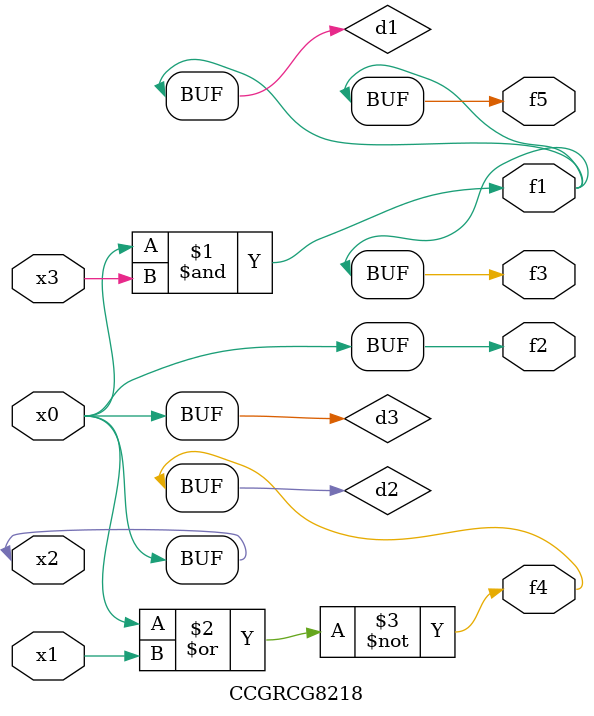
<source format=v>
module CCGRCG8218(
	input x0, x1, x2, x3,
	output f1, f2, f3, f4, f5
);

	wire d1, d2, d3;

	and (d1, x2, x3);
	nor (d2, x0, x1);
	buf (d3, x0, x2);
	assign f1 = d1;
	assign f2 = d3;
	assign f3 = d1;
	assign f4 = d2;
	assign f5 = d1;
endmodule

</source>
